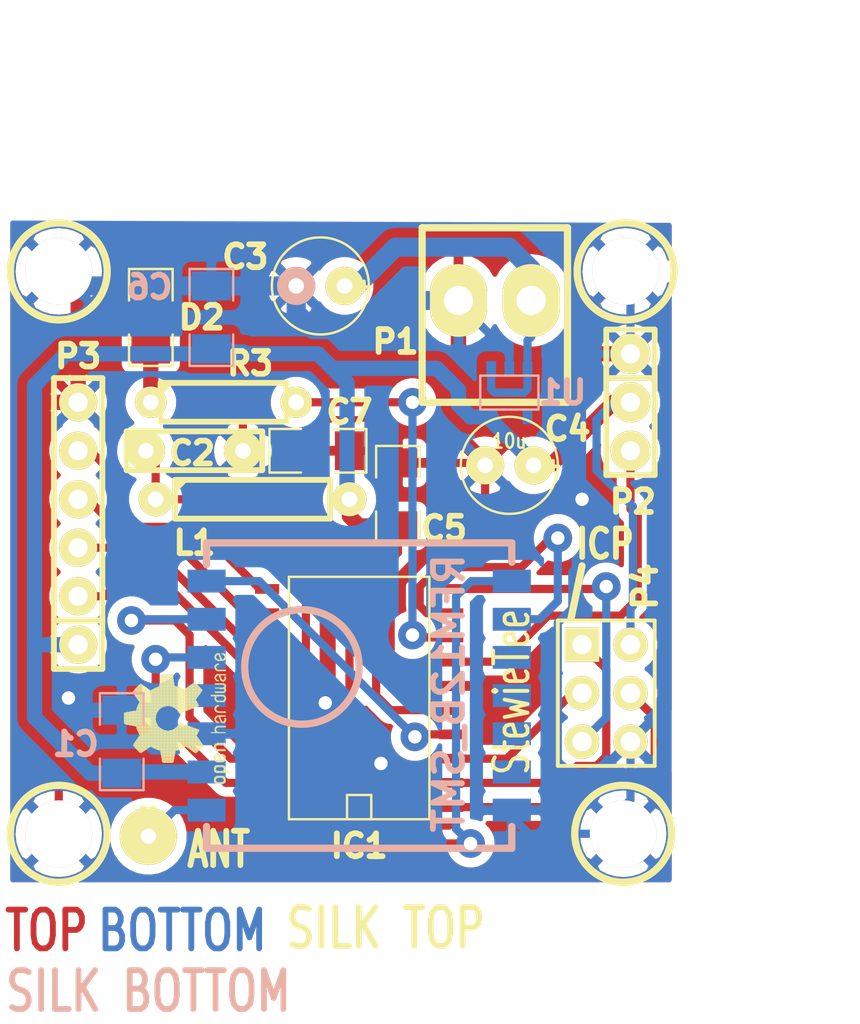
<source format=kicad_pcb>
(kicad_pcb (version 3) (host pcbnew "(2013-04-19 BZR 4011)-stable")
  (layers (15 Component signal) (0 Copper signal) (18 B.Paste user) (19 F.Paste user) (20 B.SilkS user) (21 F.SilkS user) (22 B.Mask user) (23 F.Mask user) (28 Edge.Cuts user))
  (net 0 "")
  (net 1 /1WIRE)
  (net 2 /AN3)
  (net 3 /AN4)
  (net 4 /AN5)
  (net 5 /AN6)
  (net 6 /ANTENNA)
  (net 7 /AREF)
  (net 8 /AVCC)
  (net 9 /DIN)
  (net 10 /DOUT)
  (net 11 /DSCK)
  (net 12 /INT0)
  (net 13 /MISO)
  (net 14 /MOSI)
  (net 15 /RST)
  (net 16 /SCK)
  (net 17 /SS)
  (net 18 /ULED)
  (net 19 GND)
  (net 20 N-0000012)
  (net 21 N-000004)
  (net 22 VCC)
  (module RFM12B_SMT (layer Copper) (at 189.992 68.199 180)
    (fp_text reference U2 hide)
    (fp_text value RFM12B_SMT (at -4.699 0.127 270) (layer B.SilkS) (effects (font (size 1.524 1.524) (thickness 0.3048)) (justify mirror)))
    (pad 1 smd rect (at -8.001 5.99948 180) (size 1.99898 1.19888) (layers Copper B.Paste B.Mask) (net 9 /DIN))
    (pad 2 smd rect (at -8.001 4.0005 180) (size 1.99898 1.19888) (layers Copper B.Paste B.Mask) (net 12 /INT0))
    (pad 3 smd rect (at -8.001 2.00152 180) (size 1.99898 1.19888) (layers Copper B.Paste B.Mask))
    (pad 4 smd rect (at -8.001 0 180) (size 1.99898 1.19888) (layers Copper B.Paste B.Mask))
    (pad 5 smd rect (at -8.001 -1.99898 180) (size 1.99898 1.19888) (layers Copper B.Paste B.Mask))
    (pad 6 smd rect (at -8.001 -4.0005 180) (size 1.99898 1.19888) (layers Copper B.Paste B.Mask))
    (pad 7 smd rect (at -8.001 -5.99948 180) (size 1.99898 1.19888) (layers Copper B.Paste B.Mask) (net 19 GND))
    (pad 8 smd rect (at 7.99846 -5.99948 180) (size 1.99898 1.19888) (layers Copper B.Paste B.Mask) (net 6 /ANTENNA))
    (pad 9 smd rect (at 7.99846 -4.0005 180) (size 1.99898 1.19888) (layers Copper B.Paste B.Mask) (net 22 VCC))
    (pad 10 smd rect (at 7.99846 -1.99898 180) (size 1.99898 1.19888) (layers Copper B.Paste B.Mask) (net 19 GND))
    (pad 11 smd rect (at 7.99846 0 180) (size 1.99898 1.19888) (layers Copper B.Paste B.Mask))
    (pad 12 smd rect (at 7.99846 2.00152 180) (size 1.99898 1.19888) (layers Copper B.Paste B.Mask) (net 10 /DOUT))
    (pad 13 smd rect (at 7.99846 4.0005 180) (size 1.99898 1.19888) (layers Copper B.Paste B.Mask) (net 11 /DSCK))
    (pad 14 smd rect (at 7.99846 5.99948 180) (size 1.99898 1.19888) (layers Copper B.Paste B.Mask) (net 17 /SS))
  )
  (module pin_array_3x2 (layer Component) (at 202.946 68.072 270)
    (fp_text reference P4 (at -5.588 -2.032 270) (layer F.SilkS) (effects (font (size 1.19888 1.19888) (thickness 0.29972))))
    (fp_text value CONN_3X2 hide)
    (pad 1 thru_hole rect (at -2.54 1.27 270) (size 1.80086 1.80086) (drill 1.016) (layers *.Cu *.Mask F.SilkS) (net 13 /MISO))
    (pad 2 thru_hole circle (at -2.54 -1.27 270) (size 1.80086 1.80086) (drill 1.016) (layers *.Cu *.Mask F.SilkS) (net 22 VCC))
    (pad 3 thru_hole circle (at 0 1.27 270) (size 1.80086 1.80086) (drill 1.016) (layers *.Cu *.Mask F.SilkS) (net 16 /SCK))
    (pad 4 thru_hole circle (at 0 -1.27 270) (size 1.80086 1.80086) (drill 1.016) (layers *.Cu *.Mask F.SilkS) (net 14 /MOSI))
    (pad 5 thru_hole circle (at 2.54 1.27 270) (size 1.80086 1.80086) (drill 1.016) (layers *.Cu *.Mask F.SilkS) (net 15 /RST))
    (pad 6 thru_hole circle (at 2.54 -1.27 270) (size 1.80086 1.80086) (drill 1.016) (layers *.Cu *.Mask F.SilkS) (net 19 GND))
  )
  (module SOT23-5 (layer Copper) (at 197.866 52.324)
    (fp_text reference U1 (at 2.794 0) (layer B.SilkS) (effects (font (size 1.19888 1.19888) (thickness 0.29972)) (justify mirror)))
    (fp_text value LP2981 hide)
    (pad 1 smd rect (at -0.9525 -1.27) (size 0.508 0.762) (layers Copper B.Paste B.Mask) (net 20 N-0000012))
    (pad 3 smd rect (at 0.9525 -1.27) (size 0.508 0.762) (layers Copper B.Paste B.Mask) (net 20 N-0000012))
    (pad 5 smd rect (at -0.9525 1.27) (size 0.508 0.762) (layers Copper B.Paste B.Mask) (net 22 VCC))
    (pad 2 smd rect (at 0 -1.27) (size 0.508 0.762) (layers Copper B.Paste B.Mask) (net 19 GND))
    (pad 4 smd rect (at 0.9525 1.27) (size 0.508 0.762) (layers Copper B.Paste B.Mask))
  )
  (module SIL-3 (layer Component) (at 204.216 52.832 270)
    (fp_text reference P2 (at 5.207 -0.127 360) (layer F.SilkS) (effects (font (size 1.19888 1.19888) (thickness 0.29972))))
    (fp_text value CONN_3 hide)
    (pad 1 thru_hole circle (at -2.54 0 270) (size 2.10058 2.10058) (drill 1.00076) (layers *.Cu *.Mask F.SilkS) (net 19 GND))
    (pad 2 thru_hole circle (at 0 0 270) (size 2.10058 2.10058) (drill 1.00076) (layers *.Cu *.Mask F.SilkS) (net 22 VCC))
    (pad 3 thru_hole circle (at 2.54 0 270) (size 2.10058 2.10058) (drill 1.00076) (layers *.Cu *.Mask F.SilkS) (net 1 /1WIRE))
  )
  (module R4-LARGE_PADS (layer Component) (at 184.404 57.912)
    (fp_text reference L1 (at -3.048 2.286) (layer F.SilkS) (effects (font (size 1.19888 1.19888) (thickness 0.29972))))
    (fp_text value INDUCTOR hide)
    (pad 1 thru_hole circle (at -5.08 0) (size 1.778 1.778) (drill 0.8128) (layers *.Cu *.Mask F.SilkS) (net 8 /AVCC))
    (pad 2 thru_hole circle (at 5.08 0) (size 1.778 1.778) (drill 0.8128) (layers *.Cu *.Mask F.SilkS) (net 22 VCC))
  )
  (module DINKLE_2 (layer Component) (at 197.104 47.498 180)
    (fp_text reference P1 (at 5.207 -2.159 180) (layer F.SilkS) (effects (font (size 1.19888 1.19888) (thickness 0.29972))))
    (fp_text value CONN_2 hide)
    (pad 2 thru_hole oval (at 1.905 0 180) (size 2.99974 3.81) (drill 1.524) (layers *.Cu *.Mask F.SilkS) (net 19 GND))
    (pad 1 thru_hole oval (at -1.905 0 180) (size 2.99974 3.81) (drill 1.524) (layers *.Cu *.Mask F.SilkS) (net 20 N-0000012))
  )
  (module C2_LARGE (layer Component) (at 181.356 55.372)
    (fp_text reference C2 (at -0.127 0.127) (layer F.SilkS) (effects (font (size 1.19888 1.19888) (thickness 0.29972))))
    (fp_text value 0.1u hide)
    (pad 1 thru_hole circle (at -2.54 0) (size 1.99898 1.99898) (drill 0.8128) (layers *.Cu *.Mask F.SilkS) (net 8 /AVCC))
    (pad 2 thru_hole circle (at 2.54 0) (size 1.99898 1.99898) (drill 0.8128) (layers *.Cu *.Mask F.SilkS) (net 19 GND))
  )
  (module C1V5 (layer Component) (at 197.866 56.134 180)
    (fp_text reference C4 (at -3.048 1.905 180) (layer F.SilkS) (effects (font (size 1.19888 1.19888) (thickness 0.29972))))
    (fp_text value 10u (at 0 1.27 180) (layer F.SilkS) (effects (font (size 0.762 0.635) (thickness 0.127))))
    (fp_text user + (at -2.286 0 180) (layer F.SilkS) (effects (font (size 0.762 0.762) (thickness 0.1905))))
    (pad 1 thru_hole circle (at -1.27 0 180) (size 1.99898 1.99898) (drill 0.8128) (layers *.Cu *.Mask F.SilkS) (net 22 VCC))
    (pad 2 thru_hole circle (at 1.27 0 180) (size 1.99898 1.99898) (drill 0.8128) (layers *.Cu *.Mask F.SilkS) (net 19 GND))
  )
  (module HOLE_35 (layer Component) (at 203.962 45.974)
    (fp_text reference P6 hide)
    (fp_text value CONN_1 hide)
    (pad 1 thru_hole circle (at 0 0) (size 3.50012 3.50012) (drill 3.50012) (layers *.Cu *.Mask F.SilkS) (net 19 GND))
  )
  (module HOLE_35 (layer Component) (at 174.244 45.974)
    (fp_text reference P7 hide)
    (fp_text value CONN_1 hide)
    (pad 1 thru_hole circle (at 0 0) (size 3.50012 3.50012) (drill 3.50012) (layers *.Cu *.Mask F.SilkS) (net 19 GND))
  )
  (module HOLE_35 (layer Component) (at 174.244 75.438)
    (fp_text reference P8 hide)
    (fp_text value CONN_1 hide)
    (pad 1 thru_hole circle (at 0 0) (size 3.50012 3.50012) (drill 3.50012) (layers *.Cu *.Mask F.SilkS) (net 19 GND))
  )
  (module HOLE_35 (layer Component) (at 203.835 75.438)
    (fp_text reference P9 hide)
    (fp_text value CONN_1 hide)
    (pad 1 thru_hole circle (at 0 0) (size 3.50012 3.50012) (drill 3.50012) (layers *.Cu *.Mask F.SilkS) (net 19 GND))
  )
  (module SM1206 (layer Component) (at 187.833 55.372)
    (fp_text reference C7 (at 1.651 -2.032) (layer F.SilkS) (effects (font (size 1.19888 1.19888) (thickness 0.29972))))
    (fp_text value 0.1 hide)
    (pad 1 smd rect (at -1.651 0) (size 1.524 2.032) (layers Component F.Paste F.Mask) (net 7 /AREF))
    (pad 2 smd rect (at 1.651 0) (size 1.524 2.032) (layers Component F.Paste F.Mask) (net 19 GND))
  )
  (module SM1206 (layer Copper) (at 177.546 70.612 90)
    (fp_text reference C1 (at -0.127 -2.413 360) (layer B.SilkS) (effects (font (size 1.19888 1.19888) (thickness 0.29972)) (justify mirror)))
    (fp_text value 0.1u hide)
    (pad 1 smd rect (at -1.651 0 90) (size 1.524 2.032) (layers Copper B.Paste B.Mask) (net 22 VCC))
    (pad 2 smd rect (at 1.651 0 90) (size 1.524 2.032) (layers Copper B.Paste B.Mask) (net 19 GND))
  )
  (module SM1206 (layer Component) (at 192.024 57.658 90)
    (fp_text reference C5 (at -1.778 2.413 180) (layer F.SilkS) (effects (font (size 1.19888 1.19888) (thickness 0.29972))))
    (fp_text value 0.1 hide)
    (pad 1 smd rect (at -1.651 0 90) (size 1.524 2.032) (layers Component F.Paste F.Mask) (net 22 VCC))
    (pad 2 smd rect (at 1.651 0 90) (size 1.524 2.032) (layers Component F.Paste F.Mask) (net 19 GND))
  )
  (module SM1206 (layer Component) (at 179.07 48.387 90)
    (fp_text reference D2 (at 0 2.667 180) (layer F.SilkS) (effects (font (size 1.19888 1.19888) (thickness 0.29972))))
    (fp_text value LED hide)
    (pad 1 smd rect (at -1.651 0 90) (size 1.524 2.032) (layers Component F.Paste F.Mask) (net 21 N-000004))
    (pad 2 smd rect (at 1.651 0 90) (size 1.524 2.032) (layers Component F.Paste F.Mask) (net 19 GND))
  )
  (module R3-LARGE_PADS (layer Component) (at 182.88 52.832)
    (fp_text reference R3 (at 1.397 -2.032) (layer F.SilkS) (effects (font (size 1.19888 1.19888) (thickness 0.29972))))
    (fp_text value 680R hide)
    (pad 1 thru_hole circle (at -3.81 0) (size 1.651 1.651) (drill 0.8128) (layers *.Cu *.Mask F.SilkS) (net 21 N-000004))
    (pad 2 thru_hole circle (at 3.81 0) (size 1.651 1.651) (drill 0.8128) (layers *.Cu *.Mask F.SilkS) (net 18 /ULED))
  )
  (module SO20L (layer Component) (at 189.992 68.326 90)
    (fp_text reference IC1 (at -7.747 0 180) (layer F.SilkS) (effects (font (size 1.19888 1.19888) (thickness 0.29972))))
    (fp_text value ATTINY861-S hide)
    (pad 11 smd rect (at 5.715 -4.826 90) (size 0.508 1.27) (layers Component F.Paste F.Mask) (net 5 /AN6))
    (pad 12 smd rect (at 4.445 -4.826 90) (size 0.508 1.27) (layers Component F.Paste F.Mask) (net 4 /AN5))
    (pad 13 smd rect (at 3.175 -4.826 90) (size 0.508 1.27) (layers Component F.Paste F.Mask) (net 3 /AN4))
    (pad 14 smd rect (at 1.905 -4.826 90) (size 0.508 1.27) (layers Component F.Paste F.Mask) (net 2 /AN3))
    (pad 15 smd rect (at 0.635 -4.826 90) (size 0.508 1.27) (layers Component F.Paste F.Mask) (net 8 /AVCC))
    (pad 16 smd rect (at -0.635 -4.826 90) (size 0.508 1.27) (layers Component F.Paste F.Mask) (net 19 GND))
    (pad 17 smd rect (at -1.905 -4.826 90) (size 0.508 1.27) (layers Component F.Paste F.Mask) (net 7 /AREF))
    (pad 18 smd rect (at -3.175 -4.826 90) (size 0.508 1.27) (layers Component F.Paste F.Mask) (net 11 /DSCK))
    (pad 19 smd rect (at -4.445 -4.826 90) (size 0.508 1.27) (layers Component F.Paste F.Mask) (net 10 /DOUT))
    (pad 20 smd rect (at -5.715 -4.826 90) (size 0.508 1.27) (layers Component F.Paste F.Mask) (net 9 /DIN))
    (pad 1 smd rect (at -5.715 4.826 90) (size 0.508 1.27) (layers Component F.Paste F.Mask) (net 14 /MOSI))
    (pad 2 smd rect (at -4.445 4.826 90) (size 0.508 1.27) (layers Component F.Paste F.Mask) (net 13 /MISO))
    (pad 3 smd rect (at -3.175 4.826 90) (size 0.508 1.27) (layers Component F.Paste F.Mask) (net 16 /SCK))
    (pad 4 smd rect (at -1.905 4.826 90) (size 0.508 1.27) (layers Component F.Paste F.Mask) (net 17 /SS))
    (pad 5 smd rect (at -0.635 4.826 90) (size 0.508 1.27) (layers Component F.Paste F.Mask) (net 22 VCC))
    (pad 6 smd rect (at 0.635 4.826 90) (size 0.508 1.27) (layers Component F.Paste F.Mask) (net 19 GND))
    (pad 7 smd rect (at 1.905 4.826 90) (size 0.508 1.27) (layers Component F.Paste F.Mask) (net 1 /1WIRE))
    (pad 8 smd rect (at 3.175 4.826 90) (size 0.508 1.27) (layers Component F.Paste F.Mask) (net 18 /ULED))
    (pad 9 smd rect (at 4.445 4.826 90) (size 0.508 1.27) (layers Component F.Paste F.Mask) (net 12 /INT0))
    (pad 10 smd rect (at 5.715 4.826 90) (size 0.508 1.27) (layers Component F.Paste F.Mask) (net 15 /RST))
  )
  (module SIL-6 (layer Component) (at 175.26 59.182 90)
    (fp_text reference P3 (at 8.763 0 180) (layer F.SilkS) (effects (font (size 1.19888 1.19888) (thickness 0.29972))))
    (fp_text value CONN_6 hide)
    (pad 1 thru_hole circle (at -6.35 0 90) (size 1.99898 1.99898) (drill 1.00076) (layers *.Cu *.Mask F.SilkS) (net 22 VCC))
    (pad 2 thru_hole circle (at -3.81 0 90) (size 1.99898 1.99898) (drill 1.00076) (layers *.Cu *.Mask F.SilkS) (net 2 /AN3))
    (pad 3 thru_hole circle (at -1.27 0 90) (size 1.99898 1.99898) (drill 1.00076) (layers *.Cu *.Mask F.SilkS) (net 3 /AN4))
    (pad 4 thru_hole circle (at 1.27 0 90) (size 1.99898 1.99898) (drill 1.00076) (layers *.Cu *.Mask F.SilkS) (net 4 /AN5))
    (pad 5 thru_hole circle (at 3.81 0 90) (size 1.99898 1.99898) (drill 1.00076) (layers *.Cu *.Mask F.SilkS) (net 5 /AN6))
    (pad 6 thru_hole circle (at 6.35 0 90) (size 1.99898 1.99898) (drill 1.00076) (layers *.Cu *.Mask F.SilkS) (net 19 GND))
  )
  (module SM1206 (layer Copper) (at 182.245 48.387 90)
    (fp_text reference C6 (at 1.5875 -3.2385 180) (layer B.SilkS) (effects (font (size 1.19888 1.19888) (thickness 0.29972)) (justify mirror)))
    (fp_text value 0.1 hide)
    (pad 1 smd rect (at -1.651 0 90) (size 1.524 2.032) (layers Copper B.Paste B.Mask) (net 22 VCC))
    (pad 2 smd rect (at 1.651 0 90) (size 1.524 2.032) (layers Copper B.Paste B.Mask) (net 19 GND))
  )
  (module C1V5 (layer Component) (at 187.96 46.736 180)
    (fp_text reference C3 (at 3.937 1.524 180) (layer F.SilkS) (effects (font (size 1.19888 1.19888) (thickness 0.29972))))
    (fp_text value 1u hide)
    (fp_text user + (at -2.286 0 180) (layer F.SilkS) (effects (font (size 0.762 0.762) (thickness 0.1905))))
    (pad 1 thru_hole circle (at -1.27 0 180) (size 1.99898 1.99898) (drill 0.8128) (layers *.Cu *.Mask F.SilkS) (net 20 N-0000012))
    (pad 2 thru_hole circle (at 1.27 0 180) (size 1.99898 1.99898) (drill 0.8128) (layers *.Cu *.Mask B.SilkS) (net 19 GND))
  )
  (module OSHWLOGO0.3IN (layer Component) (at 176.7205 73.2155 90)
    (fp_text reference G*** hide)
    (fp_text value LOGO hide)
  )
  (module PINTST (layer Component) (at 178.943 75.565)
    (fp_text reference P5 (at 0 -1.26746) (layer F.SilkS) (effects (font (size 0.508 0.508) (thickness 0.127))))
    (fp_text value TST hide)
    (pad 1 thru_hole circle (at 0 0) (size 2.99974 2.99974) (drill 0.8001) (layers *.Cu *.Mask F.SilkS) (net 6 /ANTENNA))
  )
  (gr_text ANT (at 182.626 76.2635) (layer F.SilkS) (effects (font (size 1.80086 1.19888) (thickness 0.29972))))
  (gr_text StewieTee (at 197.993 68.0085 90) (layer F.SilkS) (effects (font (size 1.8 1.19888) (thickness 0.2))))
  (gr_line (start 201.676 61.4045) (end 201.1045 64.135) (angle 90) (layer F.SilkS) (width 0.381))
  (gr_text ICP (at 202.8825 60.2615) (layer F.SilkS) (effects (font (size 1.50114 1.19888) (thickness 0.29972))))
  (gr_text "SILK BOTTOM" (at 178.943 83.693) (layer B.SilkS) (effects (font (size 2.032 1.524) (thickness 0.3048))))
  (gr_text "SILK TOP" (at 191.389 80.391) (layer F.SilkS) (effects (font (size 2.032 1.524) (thickness 0.3048))))
  (gr_text BOTTOM (at 180.721 80.518) (layer Copper) (effects (font (size 2.032 1.524) (thickness 0.3048))))
  (gr_text TOP (at 173.609 80.518) (layer Component) (effects (font (size 2.032 1.524) (thickness 0.3048))))
  (segment (start 204.597 58.801) (end 204.216 58.42) (width 0.42926) (layer Component) (net 1))
  (segment (start 204.597 63.119) (end 204.597 58.801) (width 0.42926) (layer Component) (net 1))
  (segment (start 203.708 64.008) (end 204.597 63.119) (width 0.42926) (layer Component) (net 1))
  (segment (start 199.898 64.008) (end 203.708 64.008) (width 0.42926) (layer Component) (net 1))
  (segment (start 197.485 66.421) (end 199.898 64.008) (width 0.42926) (layer Component) (net 1))
  (segment (start 194.818 66.421) (end 197.485 66.421) (width 0.42926) (layer Component) (net 1))
  (segment (start 204.216 58.42) (end 204.216 55.372) (width 0.42926) (layer Component) (net 1))
  (segment (start 180.213 62.738) (end 176.911 62.738) (width 0.42926) (layer Component) (net 2))
  (segment (start 183.896 66.421) (end 180.213 62.738) (width 0.42926) (layer Component) (net 2))
  (segment (start 185.166 66.421) (end 183.896 66.421) (width 0.42926) (layer Component) (net 2))
  (segment (start 176.657 62.992) (end 175.26 62.992) (width 0.42926) (layer Component) (net 2))
  (segment (start 176.911 62.738) (end 176.657 62.992) (width 0.42926) (layer Component) (net 2))
  (segment (start 185.166 65.151) (end 183.769 65.151) (width 0.42926) (layer Component) (net 3))
  (segment (start 181.102 62.484) (end 179.959 61.341) (width 0.42926) (layer Component) (net 3))
  (segment (start 182.88 64.262) (end 181.102 62.484) (width 0.42926) (layer Component) (net 3))
  (segment (start 177.165 60.452) (end 175.26 60.452) (width 0.42926) (layer Component) (net 3))
  (segment (start 178.054 61.341) (end 177.165 60.452) (width 0.42926) (layer Component) (net 3))
  (segment (start 183.769 65.151) (end 182.88 64.262) (width 0.42926) (layer Component) (net 3))
  (segment (start 179.959 61.341) (end 178.054 61.341) (width 0.42926) (layer Component) (net 3))
  (segment (start 184.023 63.881) (end 183.642 63.5) (width 0.42926) (layer Component) (net 4))
  (segment (start 183.642 63.5) (end 181.864 61.722) (width 0.42926) (layer Component) (net 4))
  (segment (start 185.166 63.881) (end 184.023 63.881) (width 0.42926) (layer Component) (net 4))
  (segment (start 175.768 57.912) (end 175.26 57.912) (width 0.42926) (layer Component) (net 4))
  (segment (start 181.864 61.722) (end 180.467 60.325) (width 0.42926) (layer Component) (net 4))
  (segment (start 178.181 60.325) (end 175.768 57.912) (width 0.42926) (layer Component) (net 4))
  (segment (start 180.467 60.325) (end 178.181 60.325) (width 0.42926) (layer Component) (net 4))
  (segment (start 184.785 62.611) (end 181.53126 59.35726) (width 0.42926) (layer Component) (net 5))
  (segment (start 185.166 62.611) (end 184.785 62.611) (width 0.42926) (layer Component) (net 5))
  (segment (start 181.53126 59.35726) (end 178.48326 59.35726) (width 0.42926) (layer Component) (net 5))
  (segment (start 175.895 55.372) (end 175.26 55.372) (width 0.42926) (layer Component) (net 5))
  (segment (start 178.48326 59.35726) (end 177.165 58.039) (width 0.42926) (layer Component) (net 5))
  (segment (start 177.165 56.642) (end 175.895 55.372) (width 0.42926) (layer Component) (net 5))
  (segment (start 177.165 58.039) (end 177.165 56.642) (width 0.42926) (layer Component) (net 5))
  (segment (start 180.30952 74.19848) (end 178.943 75.565) (width 0.42926) (layer Copper) (net 6))
  (segment (start 181.99354 74.19848) (end 180.30952 74.19848) (width 0.42926) (layer Copper) (net 6))
  (segment (start 187.579 59.309) (end 186.055 57.785) (width 0.42926) (layer Component) (net 7))
  (segment (start 189.484 69.215) (end 189.484 61.214) (width 0.42926) (layer Component) (net 7))
  (segment (start 188.468 70.231) (end 189.484 69.215) (width 0.42926) (layer Component) (net 7))
  (segment (start 185.166 70.231) (end 188.468 70.231) (width 0.42926) (layer Component) (net 7))
  (segment (start 189.484 61.214) (end 187.579 59.309) (width 0.42926) (layer Component) (net 7))
  (segment (start 186.055 55.499) (end 186.182 55.372) (width 0.42926) (layer Component) (net 7))
  (segment (start 186.055 57.785) (end 186.055 55.499) (width 0.42926) (layer Component) (net 7))
  (segment (start 185.42 61.468) (end 186.182 61.468) (width 0.42926) (layer Component) (net 8))
  (segment (start 187.198 62.484) (end 187.198 67.31) (width 0.42926) (layer Component) (net 8))
  (segment (start 181.864 57.912) (end 185.42 61.468) (width 0.42926) (layer Component) (net 8))
  (segment (start 186.182 61.468) (end 187.198 62.484) (width 0.42926) (layer Component) (net 8))
  (segment (start 179.324 55.88) (end 178.816 55.372) (width 0.42926) (layer Component) (net 8))
  (segment (start 179.324 57.912) (end 181.864 57.912) (width 0.42926) (layer Component) (net 8))
  (segment (start 186.817 67.691) (end 185.166 67.691) (width 0.42926) (layer Component) (net 8))
  (segment (start 179.324 57.912) (end 179.324 55.88) (width 0.42926) (layer Component) (net 8))
  (segment (start 187.198 67.31) (end 186.817 67.691) (width 0.42926) (layer Component) (net 8))
  (segment (start 191.77 75.946) (end 195.834 75.946) (width 0.42926) (layer Component) (net 9))
  (via (at 195.834 75.946) (size 1.50114) (drill 0.70104) (layers Component Copper) (net 9))
  (segment (start 195.86448 62.19952) (end 197.993 62.19952) (width 0.42926) (layer Copper) (net 9))
  (segment (start 185.166 74.041) (end 189.865 74.041) (width 0.42926) (layer Component) (net 9))
  (segment (start 189.865 74.041) (end 191.77 75.946) (width 0.42926) (layer Component) (net 9))
  (segment (start 195.834 75.946) (end 195.072 75.184) (width 0.42926) (layer Copper) (net 9))
  (segment (start 195.072 62.992) (end 195.86448 62.19952) (width 0.42926) (layer Copper) (net 9))
  (segment (start 195.072 75.184) (end 195.072 62.992) (width 0.42926) (layer Copper) (net 9))
  (via (at 179.324 66.294) (size 1.50114) (drill 0.70104) (layers Component Copper) (net 10))
  (segment (start 183.007 72.771) (end 179.324 69.088) (width 0.42926) (layer Component) (net 10))
  (segment (start 179.324 69.088) (end 179.324 66.294) (width 0.42926) (layer Component) (net 10))
  (segment (start 179.324 66.294) (end 179.42052 66.19748) (width 0.42926) (layer Copper) (net 10))
  (segment (start 179.42052 66.19748) (end 181.99354 66.19748) (width 0.42926) (layer Copper) (net 10))
  (segment (start 185.166 72.771) (end 183.007 72.771) (width 0.42926) (layer Component) (net 10))
  (segment (start 183.261 71.501) (end 181.102 69.342) (width 0.42926) (layer Component) (net 11))
  (segment (start 181.102 65.024) (end 180.34 64.262) (width 0.42926) (layer Component) (net 11))
  (segment (start 180.34 64.262) (end 178.054 64.262) (width 0.42926) (layer Component) (net 11))
  (segment (start 185.166 71.501) (end 183.261 71.501) (width 0.42926) (layer Component) (net 11))
  (segment (start 178.054 64.262) (end 178.1175 64.1985) (width 0.42926) (layer Copper) (net 11))
  (via (at 178.054 64.262) (size 1.50114) (drill 0.70104) (layers Component Copper) (net 11))
  (segment (start 181.102 69.342) (end 181.102 65.024) (width 0.42926) (layer Component) (net 11))
  (segment (start 178.1175 64.1985) (end 181.99354 64.1985) (width 0.42926) (layer Copper) (net 11))
  (via (at 200.406 59.944) (size 1.50114) (drill 0.70104) (layers Component Copper) (net 12))
  (segment (start 200.025 59.944) (end 198.501 61.468) (width 0.42926) (layer Component) (net 12))
  (segment (start 200.406 63.246) (end 199.4535 64.1985) (width 0.42926) (layer Copper) (net 12))
  (segment (start 200.406 59.944) (end 200.406 63.246) (width 0.42926) (layer Copper) (net 12))
  (segment (start 197.993 64.1985) (end 199.4535 64.1985) (width 0.42926) (layer Copper) (net 12))
  (segment (start 193.548 63.881) (end 194.818 63.881) (width 0.42926) (layer Component) (net 12))
  (segment (start 200.406 59.944) (end 200.025 59.944) (width 0.42926) (layer Component) (net 12))
  (segment (start 193.167 63.5) (end 193.548 63.881) (width 0.42926) (layer Component) (net 12))
  (segment (start 193.167 62.484) (end 193.167 63.5) (width 0.42926) (layer Component) (net 12))
  (segment (start 194.183 61.468) (end 193.167 62.484) (width 0.42926) (layer Component) (net 12))
  (segment (start 198.501 61.468) (end 194.183 61.468) (width 0.42926) (layer Component) (net 12))
  (segment (start 202.946 71.374) (end 202.946 66.802) (width 0.42926) (layer Component) (net 13))
  (segment (start 202.946 66.802) (end 201.676 65.532) (width 0.42926) (layer Component) (net 13))
  (segment (start 194.818 72.771) (end 200.533 72.771) (width 0.42926) (layer Component) (net 13))
  (segment (start 202.438 71.882) (end 202.946 71.374) (width 0.42926) (layer Component) (net 13))
  (segment (start 200.533 72.771) (end 201.422 71.882) (width 0.42926) (layer Component) (net 13))
  (segment (start 201.422 71.882) (end 202.438 71.882) (width 0.42926) (layer Component) (net 13))
  (segment (start 204.724 72.644) (end 205.486 71.882) (width 0.42926) (layer Component) (net 14))
  (segment (start 205.486 69.342) (end 204.216 68.072) (width 0.42926) (layer Component) (net 14))
  (segment (start 202.438 72.644) (end 204.724 72.644) (width 0.42926) (layer Component) (net 14))
  (segment (start 201.041 74.041) (end 202.438 72.644) (width 0.42926) (layer Component) (net 14))
  (segment (start 194.818 74.041) (end 201.041 74.041) (width 0.42926) (layer Component) (net 14))
  (segment (start 205.486 71.882) (end 205.486 69.342) (width 0.42926) (layer Component) (net 14))
  (via (at 202.946 62.484) (size 1.50114) (drill 0.70104) (layers Component Copper) (net 15))
  (segment (start 202.946 69.342) (end 202.946 62.484) (width 0.42926) (layer Copper) (net 15))
  (segment (start 202.819 62.611) (end 194.818 62.611) (width 0.42926) (layer Component) (net 15))
  (segment (start 202.946 62.484) (end 202.819 62.611) (width 0.42926) (layer Component) (net 15))
  (segment (start 201.676 70.612) (end 202.946 69.342) (width 0.42926) (layer Copper) (net 15))
  (segment (start 201.168 68.072) (end 201.676 68.072) (width 0.42926) (layer Component) (net 16))
  (segment (start 194.818 71.501) (end 197.739 71.501) (width 0.42926) (layer Component) (net 16))
  (segment (start 197.739 71.501) (end 201.168 68.072) (width 0.42926) (layer Component) (net 16))
  (segment (start 193.04 70.231) (end 192.913 70.358) (width 0.42926) (layer Component) (net 17))
  (segment (start 194.818 70.231) (end 193.04 70.231) (width 0.42926) (layer Component) (net 17))
  (via (at 192.913 70.358) (size 1.50114) (drill 0.70104) (layers Component Copper) (net 17))
  (segment (start 192.913 70.358) (end 184.75452 62.19952) (width 0.42926) (layer Copper) (net 17))
  (segment (start 184.75452 62.19952) (end 181.99354 62.19952) (width 0.42926) (layer Copper) (net 17))
  (segment (start 192.786 52.832) (end 186.69 52.832) (width 0.42926) (layer Component) (net 18))
  (via (at 192.786 65.024) (size 1.50114) (drill 0.70104) (layers Component Copper) (net 18))
  (segment (start 192.786 65.024) (end 192.786 52.832) (width 0.42926) (layer Copper) (net 18))
  (segment (start 194.818 65.151) (end 192.913 65.151) (width 0.42926) (layer Component) (net 18))
  (via (at 192.786 52.832) (size 1.50114) (drill 0.70104) (layers Component Copper) (net 18))
  (segment (start 192.913 65.151) (end 192.786 65.024) (width 0.42926) (layer Component) (net 18))
  (segment (start 175.006 46.736) (end 174.244 45.974) (width 1.00076) (layer Copper) (net 19))
  (segment (start 174.244 68.834) (end 174.752 68.326) (width 0.42926) (layer Component) (net 19))
  (segment (start 195.834 60.706) (end 196.596 59.944) (width 0.42926) (layer Component) (net 19))
  (segment (start 185.166 46.736) (end 183.896 48.006) (width 0.42926) (layer Component) (net 19))
  (via (at 174.752 68.326) (size 1.50114) (drill 0.70104) (layers Component Copper) (net 19))
  (segment (start 194.818 67.691) (end 192.278 67.691) (width 0.42926) (layer Component) (net 19))
  (segment (start 191.389 55.372) (end 192.024 56.007) (width 0.42926) (layer Component) (net 19))
  (segment (start 196.596 59.944) (end 196.596 56.134) (width 0.42926) (layer Component) (net 19))
  (segment (start 188.214 68.58) (end 186.59602 70.19798) (width 0.42926) (layer Copper) (net 19))
  (segment (start 195.199 50.165) (end 196.342 51.308) (width 0.8001) (layer Component) (net 19))
  (segment (start 179.197 68.961) (end 177.546 68.961) (width 0.8001) (layer Copper) (net 19))
  (segment (start 174.752 68.326) (end 172.974 66.548) (width 0.8001) (layer Component) (net 19))
  (segment (start 192.278 47.498) (end 190.754 49.022) (width 1.00076) (layer Copper) (net 19))
  (segment (start 186.69 46.736) (end 185.039 46.736) (width 1.00076) (layer Copper) (net 19))
  (segment (start 181.99354 70.19798) (end 180.43398 70.19798) (width 0.8001) (layer Copper) (net 19))
  (segment (start 191.643 62.865) (end 193.802 60.706) (width 0.42926) (layer Component) (net 19))
  (segment (start 185.039 46.736) (end 182.245 46.736) (width 1.00076) (layer Copper) (net 19))
  (segment (start 192.278 67.691) (end 191.643 67.056) (width 0.42926) (layer Component) (net 19))
  (segment (start 187.579 49.022) (end 186.69 48.133) (width 1.00076) (layer Copper) (net 19))
  (segment (start 187.833 68.961) (end 188.214 68.58) (width 0.42926) (layer Component) (net 19))
  (segment (start 195.199 47.498) (end 192.278 47.498) (width 1.00076) (layer Copper) (net 19))
  (via (at 201.676 57.912) (size 1.50114) (drill 0.70104) (layers Component Copper) (net 19))
  (segment (start 201.676 51.054) (end 202.438 50.292) (width 0.42926) (layer Copper) (net 19))
  (segment (start 197.866 51.054) (end 197.866 50.292) (width 0.42926) (layer Copper) (net 19))
  (segment (start 179.07 46.736) (end 175.006 46.736) (width 0.8001) (layer Component) (net 19))
  (segment (start 175.26 52.832) (end 175.26 46.99) (width 0.8001) (layer Component) (net 19))
  (segment (start 200.406 64.389) (end 200.406 73.406) (width 0.42926) (layer Copper) (net 19))
  (segment (start 172.974 53.34) (end 173.482 52.832) (width 0.8001) (layer Component) (net 19))
  (segment (start 172.974 55.372) (end 172.974 53.34) (width 0.8001) (layer Component) (net 19))
  (segment (start 201.676 57.912) (end 201.676 51.054) (width 0.42926) (layer Copper) (net 19))
  (segment (start 197.993 74.19848) (end 197.993 74.549) (width 0.42926) (layer Copper) (net 19))
  (segment (start 175.387 68.961) (end 174.752 68.326) (width 0.8001) (layer Copper) (net 19))
  (segment (start 180.43398 70.19798) (end 179.197 68.961) (width 0.8001) (layer Copper) (net 19))
  (segment (start 199.61352 74.19848) (end 197.993 74.19848) (width 0.42926) (layer Copper) (net 19))
  (via (at 188.214 68.58) (size 1.50114) (drill 0.70104) (layers Component Copper) (net 19))
  (segment (start 201.676 57.912) (end 201.93 58.166) (width 0.42926) (layer Copper) (net 19))
  (segment (start 203.835 74.041) (end 204.216 73.66) (width 0.42926) (layer Copper) (net 19))
  (segment (start 196.596 56.134) (end 196.596 56.007) (width 0.8001) (layer Component) (net 19))
  (segment (start 200.152 51.308) (end 201.168 50.292) (width 0.8001) (layer Component) (net 19))
  (segment (start 203.835 75.438) (end 203.835 74.041) (width 0.42926) (layer Copper) (net 19))
  (segment (start 196.596 56.007) (end 195.199 54.61) (width 0.8001) (layer Component) (net 19))
  (segment (start 186.69 48.133) (end 186.69 46.736) (width 1.00076) (layer Copper) (net 19))
  (segment (start 175.26 46.99) (end 174.244 45.974) (width 0.42926) (layer Component) (net 19))
  (segment (start 188.214 68.58) (end 188.214 68.834) (width 0.8001) (layer Copper) (net 19))
  (segment (start 175.006 46.736) (end 174.244 45.974) (width 0.8001) (layer Component) (net 19))
  (segment (start 201.93 60.96) (end 201.168 61.722) (width 0.42926) (layer Copper) (net 19))
  (segment (start 172.974 66.548) (end 172.974 55.372) (width 0.8001) (layer Component) (net 19))
  (segment (start 200.406 73.406) (end 199.61352 74.19848) (width 0.42926) (layer Copper) (net 19))
  (segment (start 195.199 47.625) (end 195.199 47.498) (width 0.42926) (layer Copper) (net 19))
  (segment (start 186.69 46.736) (end 185.166 46.736) (width 0.42926) (layer Component) (net 19))
  (segment (start 197.866 50.292) (end 195.199 47.625) (width 0.42926) (layer Copper) (net 19))
  (via (at 191.135 71.755) (size 1.50114) (drill 0.70104) (layers Component Copper) (net 19))
  (segment (start 185.166 68.961) (end 187.833 68.961) (width 0.42926) (layer Component) (net 19))
  (segment (start 201.168 50.292) (end 204.216 50.292) (width 0.8001) (layer Component) (net 19))
  (segment (start 189.484 55.372) (end 191.389 55.372) (width 0.42926) (layer Component) (net 19))
  (segment (start 190.754 49.022) (end 187.579 49.022) (width 1.00076) (layer Copper) (net 19))
  (segment (start 195.199 47.498) (end 195.199 50.165) (width 0.8001) (layer Component) (net 19))
  (segment (start 196.342 51.308) (end 200.152 51.308) (width 0.8001) (layer Component) (net 19))
  (segment (start 183.896 48.006) (end 183.896 55.372) (width 0.42926) (layer Component) (net 19))
  (segment (start 193.802 60.706) (end 195.834 60.706) (width 0.42926) (layer Component) (net 19))
  (segment (start 201.93 58.166) (end 201.93 60.96) (width 0.42926) (layer Copper) (net 19))
  (segment (start 174.244 75.438) (end 174.244 68.834) (width 0.42926) (layer Component) (net 19))
  (segment (start 191.643 67.056) (end 191.643 62.865) (width 0.42926) (layer Component) (net 19))
  (segment (start 182.245 46.736) (end 175.006 46.736) (width 1.00076) (layer Copper) (net 19))
  (segment (start 202.438 50.292) (end 204.216 50.292) (width 0.42926) (layer Copper) (net 19))
  (segment (start 186.59602 70.19798) (end 181.99354 70.19798) (width 0.42926) (layer Copper) (net 19))
  (segment (start 204.216 50.292) (end 204.216 46.228) (width 0.42926) (layer Copper) (net 19))
  (segment (start 195.199 54.61) (end 195.199 47.498) (width 0.8001) (layer Component) (net 19))
  (segment (start 201.168 61.722) (end 201.168 63.627) (width 0.42926) (layer Copper) (net 19))
  (segment (start 204.216 73.66) (end 204.216 70.612) (width 0.42926) (layer Copper) (net 19))
  (segment (start 175.26 46.99) (end 174.244 45.974) (width 0.8001) (layer Component) (net 19))
  (segment (start 201.168 63.627) (end 200.406 64.389) (width 0.42926) (layer Copper) (net 19))
  (segment (start 204.216 46.228) (end 203.962 45.974) (width 0.42926) (layer Copper) (net 19))
  (segment (start 197.993 74.549) (end 198.882 75.438) (width 0.42926) (layer Copper) (net 19))
  (segment (start 192.024 56.007) (end 196.469 56.007) (width 0.42926) (layer Component) (net 19))
  (segment (start 188.214 68.834) (end 191.135 71.755) (width 0.8001) (layer Copper) (net 19))
  (segment (start 177.546 68.961) (end 175.387 68.961) (width 0.8001) (layer Copper) (net 19))
  (segment (start 196.469 56.007) (end 196.596 56.134) (width 0.42926) (layer Component) (net 19))
  (segment (start 173.482 52.832) (end 175.26 52.832) (width 0.8001) (layer Component) (net 19))
  (segment (start 198.882 75.438) (end 203.835 75.438) (width 0.42926) (layer Copper) (net 19))
  (segment (start 199.009 47.498) (end 199.009 45.847) (width 1.00076) (layer Copper) (net 20))
  (segment (start 196.9135 52.1335) (end 196.9135 51.054) (width 0.42926) (layer Copper) (net 20))
  (segment (start 189.865 46.736) (end 189.23 46.736) (width 1.00076) (layer Copper) (net 20))
  (segment (start 198.8185 51.054) (end 198.8185 49.5935) (width 0.42926) (layer Copper) (net 20))
  (segment (start 199.009 45.847) (end 197.866 44.704) (width 1.00076) (layer Copper) (net 20))
  (segment (start 198.8185 51.054) (end 198.8185 52.1335) (width 0.42926) (layer Copper) (net 20))
  (segment (start 199.009 49.403) (end 199.009 47.498) (width 0.42926) (layer Copper) (net 20))
  (segment (start 197.104 52.324) (end 196.9135 52.1335) (width 0.42926) (layer Copper) (net 20))
  (segment (start 198.8185 52.1335) (end 198.628 52.324) (width 0.42926) (layer Copper) (net 20))
  (segment (start 198.628 52.324) (end 197.104 52.324) (width 0.42926) (layer Copper) (net 20))
  (segment (start 191.897 44.704) (end 189.865 46.736) (width 1.00076) (layer Copper) (net 20))
  (segment (start 198.8185 49.5935) (end 199.009 49.403) (width 0.42926) (layer Copper) (net 20))
  (segment (start 197.866 44.704) (end 191.897 44.704) (width 1.00076) (layer Copper) (net 20))
  (segment (start 179.07 52.832) (end 179.07 50.038) (width 0.8001) (layer Component) (net 21))
  (segment (start 196.9135 53.594) (end 195.834 53.594) (width 0.8001) (layer Copper) (net 22))
  (segment (start 182.245 50.038) (end 182.88 50.038) (width 1.00076) (layer Copper) (net 22))
  (segment (start 194.818 68.961) (end 191.643 68.961) (width 0.42926) (layer Component) (net 22))
  (segment (start 191.643 68.961) (end 190.881 68.199) (width 0.42926) (layer Component) (net 22))
  (segment (start 189.992 59.309) (end 192.024 59.309) (width 0.8001) (layer Component) (net 22))
  (segment (start 189.484 57.912) (end 189.484 58.801) (width 0.8001) (layer Component) (net 22))
  (segment (start 203.327 52.832) (end 204.216 52.832) (width 0.8001) (layer Component) (net 22))
  (segment (start 204.216 63.627) (end 204.343 63.5) (width 0.42926) (layer Copper) (net 22))
  (segment (start 204.343 63.5) (end 204.343 58.293) (width 0.42926) (layer Copper) (net 22))
  (segment (start 183.134 50.292) (end 183.896 50.292) (width 1.00076) (layer Copper) (net 22))
  (segment (start 196.9135 53.7845) (end 196.9135 53.594) (width 0.8001) (layer Copper) (net 22))
  (segment (start 204.216 65.532) (end 204.216 63.627) (width 0.42926) (layer Copper) (net 22))
  (segment (start 200.025 56.134) (end 203.327 52.832) (width 0.8001) (layer Component) (net 22))
  (segment (start 189.484 58.801) (end 189.992 59.309) (width 0.8001) (layer Component) (net 22))
  (segment (start 204.343 58.293) (end 202.438 56.388) (width 0.42926) (layer Copper) (net 22))
  (segment (start 172.974 65.532) (end 175.26 65.532) (width 0.8001) (layer Copper) (net 22))
  (segment (start 177.6095 72.1995) (end 177.546 72.263) (width 0.8001) (layer Copper) (net 22))
  (segment (start 181.99354 72.1995) (end 177.6095 72.1995) (width 0.8001) (layer Copper) (net 22))
  (segment (start 175.895 72.263) (end 172.974 69.342) (width 0.8001) (layer Copper) (net 22))
  (segment (start 177.546 72.263) (end 175.895 72.263) (width 0.8001) (layer Copper) (net 22))
  (segment (start 172.974 69.342) (end 172.974 65.532) (width 0.8001) (layer Copper) (net 22))
  (segment (start 194.056 51.054) (end 188.595 51.054) (width 0.8001) (layer Copper) (net 22))
  (segment (start 195.199 52.959) (end 195.199 52.197) (width 0.8001) (layer Copper) (net 22))
  (segment (start 195.834 53.594) (end 195.199 52.959) (width 0.8001) (layer Copper) (net 22))
  (segment (start 182.88 50.038) (end 183.134 50.292) (width 1.00076) (layer Copper) (net 22))
  (segment (start 189.357 57.785) (end 189.484 57.912) (width 0.8001) (layer Copper) (net 22))
  (segment (start 172.974 65.532) (end 172.974 51.943) (width 0.8001) (layer Copper) (net 22))
  (segment (start 187.833 50.292) (end 188.595 51.054) (width 0.8001) (layer Copper) (net 22))
  (segment (start 190.881 68.199) (end 190.881 61.849) (width 0.42926) (layer Component) (net 22))
  (segment (start 192.024 60.706) (end 192.024 59.309) (width 0.42926) (layer Component) (net 22))
  (segment (start 199.136 56.134) (end 200.025 56.134) (width 0.8001) (layer Component) (net 22))
  (segment (start 172.974 51.943) (end 174.625 50.292) (width 0.8001) (layer Copper) (net 22))
  (segment (start 203.327 52.832) (end 204.216 52.832) (width 0.42926) (layer Copper) (net 22))
  (segment (start 202.438 53.721) (end 203.327 52.832) (width 0.42926) (layer Copper) (net 22))
  (segment (start 202.438 56.388) (end 202.438 53.721) (width 0.42926) (layer Copper) (net 22))
  (segment (start 190.881 61.849) (end 192.024 60.706) (width 0.42926) (layer Component) (net 22))
  (segment (start 189.357 51.816) (end 189.357 57.785) (width 0.8001) (layer Copper) (net 22))
  (segment (start 199.136 56.134) (end 199.136 56.007) (width 0.8001) (layer Copper) (net 22))
  (segment (start 174.625 50.292) (end 183.896 50.292) (width 0.8001) (layer Copper) (net 22))
  (segment (start 183.896 50.292) (end 187.833 50.292) (width 0.8001) (layer Copper) (net 22))
  (segment (start 199.136 56.007) (end 196.9135 53.7845) (width 0.8001) (layer Copper) (net 22))
  (segment (start 195.199 52.197) (end 194.056 51.054) (width 0.8001) (layer Copper) (net 22))
  (segment (start 188.595 51.054) (end 189.357 51.816) (width 0.8001) (layer Copper) (net 22))
  (zone (net 19) (net_name GND) (layer Component) (connect_pads (clearance 0.508)) (min_thickness 0.254) (fill (arc_segments 32) (thermal_gap 0.508) (thermal_bridge_width 0.508))
    (polygon (pts (xy 206.375 77.978) (xy 206.375 43.434) (xy 171.704 43.434) (xy 171.704 77.978)))
  )
  (zone (net 19) (net_name GND) (layer Copper) (connect_pads (clearance 0.508)) (min_thickness 0.254) (fill (arc_segments 32) (thermal_gap 0.508) (thermal_bridge_width 0.508))
    (polygon (pts (xy 206.375 77.978) (xy 206.375 43.434) (xy 171.704 43.307) (xy 171.704 77.978)))
  )
)
</source>
